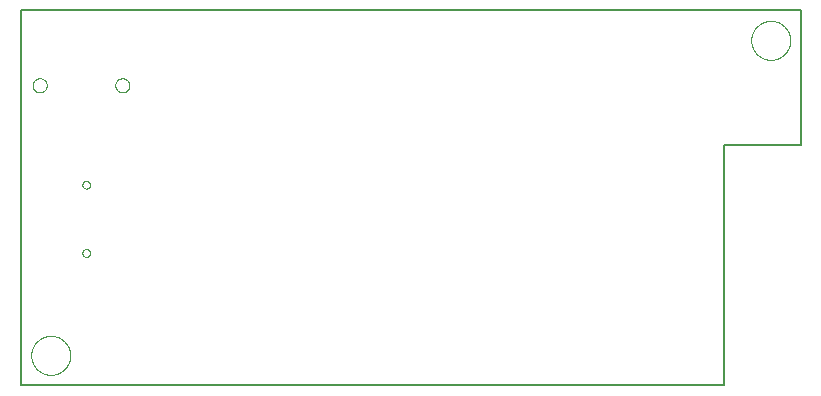
<source format=gko>
G75*
%MOIN*%
%OFA0B0*%
%FSLAX25Y25*%
%IPPOS*%
%LPD*%
%AMOC8*
5,1,8,0,0,1.08239X$1,22.5*
%
%ADD10C,0.00800*%
%ADD11C,0.00000*%
D10*
X0215000Y0040000D02*
X0449500Y0040000D01*
X0449500Y0120000D01*
X0475000Y0120000D01*
X0475000Y0165000D01*
X0215000Y0165000D01*
X0215000Y0040000D01*
D11*
X0218500Y0050000D02*
X0218502Y0050161D01*
X0218508Y0050321D01*
X0218518Y0050482D01*
X0218532Y0050642D01*
X0218550Y0050802D01*
X0218571Y0050961D01*
X0218597Y0051120D01*
X0218627Y0051278D01*
X0218660Y0051435D01*
X0218698Y0051592D01*
X0218739Y0051747D01*
X0218784Y0051901D01*
X0218833Y0052054D01*
X0218886Y0052206D01*
X0218942Y0052357D01*
X0219003Y0052506D01*
X0219066Y0052654D01*
X0219134Y0052800D01*
X0219205Y0052944D01*
X0219279Y0053086D01*
X0219357Y0053227D01*
X0219439Y0053365D01*
X0219524Y0053502D01*
X0219612Y0053636D01*
X0219704Y0053768D01*
X0219799Y0053898D01*
X0219897Y0054026D01*
X0219998Y0054151D01*
X0220102Y0054273D01*
X0220209Y0054393D01*
X0220319Y0054510D01*
X0220432Y0054625D01*
X0220548Y0054736D01*
X0220667Y0054845D01*
X0220788Y0054950D01*
X0220912Y0055053D01*
X0221038Y0055153D01*
X0221166Y0055249D01*
X0221297Y0055342D01*
X0221431Y0055432D01*
X0221566Y0055519D01*
X0221704Y0055602D01*
X0221843Y0055682D01*
X0221985Y0055758D01*
X0222128Y0055831D01*
X0222273Y0055900D01*
X0222420Y0055966D01*
X0222568Y0056028D01*
X0222718Y0056086D01*
X0222869Y0056141D01*
X0223022Y0056192D01*
X0223176Y0056239D01*
X0223331Y0056282D01*
X0223487Y0056321D01*
X0223643Y0056357D01*
X0223801Y0056388D01*
X0223959Y0056416D01*
X0224118Y0056440D01*
X0224278Y0056460D01*
X0224438Y0056476D01*
X0224598Y0056488D01*
X0224759Y0056496D01*
X0224920Y0056500D01*
X0225080Y0056500D01*
X0225241Y0056496D01*
X0225402Y0056488D01*
X0225562Y0056476D01*
X0225722Y0056460D01*
X0225882Y0056440D01*
X0226041Y0056416D01*
X0226199Y0056388D01*
X0226357Y0056357D01*
X0226513Y0056321D01*
X0226669Y0056282D01*
X0226824Y0056239D01*
X0226978Y0056192D01*
X0227131Y0056141D01*
X0227282Y0056086D01*
X0227432Y0056028D01*
X0227580Y0055966D01*
X0227727Y0055900D01*
X0227872Y0055831D01*
X0228015Y0055758D01*
X0228157Y0055682D01*
X0228296Y0055602D01*
X0228434Y0055519D01*
X0228569Y0055432D01*
X0228703Y0055342D01*
X0228834Y0055249D01*
X0228962Y0055153D01*
X0229088Y0055053D01*
X0229212Y0054950D01*
X0229333Y0054845D01*
X0229452Y0054736D01*
X0229568Y0054625D01*
X0229681Y0054510D01*
X0229791Y0054393D01*
X0229898Y0054273D01*
X0230002Y0054151D01*
X0230103Y0054026D01*
X0230201Y0053898D01*
X0230296Y0053768D01*
X0230388Y0053636D01*
X0230476Y0053502D01*
X0230561Y0053365D01*
X0230643Y0053227D01*
X0230721Y0053086D01*
X0230795Y0052944D01*
X0230866Y0052800D01*
X0230934Y0052654D01*
X0230997Y0052506D01*
X0231058Y0052357D01*
X0231114Y0052206D01*
X0231167Y0052054D01*
X0231216Y0051901D01*
X0231261Y0051747D01*
X0231302Y0051592D01*
X0231340Y0051435D01*
X0231373Y0051278D01*
X0231403Y0051120D01*
X0231429Y0050961D01*
X0231450Y0050802D01*
X0231468Y0050642D01*
X0231482Y0050482D01*
X0231492Y0050321D01*
X0231498Y0050161D01*
X0231500Y0050000D01*
X0231498Y0049839D01*
X0231492Y0049679D01*
X0231482Y0049518D01*
X0231468Y0049358D01*
X0231450Y0049198D01*
X0231429Y0049039D01*
X0231403Y0048880D01*
X0231373Y0048722D01*
X0231340Y0048565D01*
X0231302Y0048408D01*
X0231261Y0048253D01*
X0231216Y0048099D01*
X0231167Y0047946D01*
X0231114Y0047794D01*
X0231058Y0047643D01*
X0230997Y0047494D01*
X0230934Y0047346D01*
X0230866Y0047200D01*
X0230795Y0047056D01*
X0230721Y0046914D01*
X0230643Y0046773D01*
X0230561Y0046635D01*
X0230476Y0046498D01*
X0230388Y0046364D01*
X0230296Y0046232D01*
X0230201Y0046102D01*
X0230103Y0045974D01*
X0230002Y0045849D01*
X0229898Y0045727D01*
X0229791Y0045607D01*
X0229681Y0045490D01*
X0229568Y0045375D01*
X0229452Y0045264D01*
X0229333Y0045155D01*
X0229212Y0045050D01*
X0229088Y0044947D01*
X0228962Y0044847D01*
X0228834Y0044751D01*
X0228703Y0044658D01*
X0228569Y0044568D01*
X0228434Y0044481D01*
X0228296Y0044398D01*
X0228157Y0044318D01*
X0228015Y0044242D01*
X0227872Y0044169D01*
X0227727Y0044100D01*
X0227580Y0044034D01*
X0227432Y0043972D01*
X0227282Y0043914D01*
X0227131Y0043859D01*
X0226978Y0043808D01*
X0226824Y0043761D01*
X0226669Y0043718D01*
X0226513Y0043679D01*
X0226357Y0043643D01*
X0226199Y0043612D01*
X0226041Y0043584D01*
X0225882Y0043560D01*
X0225722Y0043540D01*
X0225562Y0043524D01*
X0225402Y0043512D01*
X0225241Y0043504D01*
X0225080Y0043500D01*
X0224920Y0043500D01*
X0224759Y0043504D01*
X0224598Y0043512D01*
X0224438Y0043524D01*
X0224278Y0043540D01*
X0224118Y0043560D01*
X0223959Y0043584D01*
X0223801Y0043612D01*
X0223643Y0043643D01*
X0223487Y0043679D01*
X0223331Y0043718D01*
X0223176Y0043761D01*
X0223022Y0043808D01*
X0222869Y0043859D01*
X0222718Y0043914D01*
X0222568Y0043972D01*
X0222420Y0044034D01*
X0222273Y0044100D01*
X0222128Y0044169D01*
X0221985Y0044242D01*
X0221843Y0044318D01*
X0221704Y0044398D01*
X0221566Y0044481D01*
X0221431Y0044568D01*
X0221297Y0044658D01*
X0221166Y0044751D01*
X0221038Y0044847D01*
X0220912Y0044947D01*
X0220788Y0045050D01*
X0220667Y0045155D01*
X0220548Y0045264D01*
X0220432Y0045375D01*
X0220319Y0045490D01*
X0220209Y0045607D01*
X0220102Y0045727D01*
X0219998Y0045849D01*
X0219897Y0045974D01*
X0219799Y0046102D01*
X0219704Y0046232D01*
X0219612Y0046364D01*
X0219524Y0046498D01*
X0219439Y0046635D01*
X0219357Y0046773D01*
X0219279Y0046914D01*
X0219205Y0047056D01*
X0219134Y0047200D01*
X0219066Y0047346D01*
X0219003Y0047494D01*
X0218942Y0047643D01*
X0218886Y0047794D01*
X0218833Y0047946D01*
X0218784Y0048099D01*
X0218739Y0048253D01*
X0218698Y0048408D01*
X0218660Y0048565D01*
X0218627Y0048722D01*
X0218597Y0048880D01*
X0218571Y0049039D01*
X0218550Y0049198D01*
X0218532Y0049358D01*
X0218518Y0049518D01*
X0218508Y0049679D01*
X0218502Y0049839D01*
X0218500Y0050000D01*
X0235531Y0084122D02*
X0235533Y0084193D01*
X0235539Y0084264D01*
X0235549Y0084335D01*
X0235563Y0084404D01*
X0235580Y0084473D01*
X0235602Y0084541D01*
X0235627Y0084608D01*
X0235656Y0084673D01*
X0235688Y0084736D01*
X0235724Y0084798D01*
X0235763Y0084857D01*
X0235806Y0084914D01*
X0235851Y0084969D01*
X0235900Y0085021D01*
X0235951Y0085070D01*
X0236005Y0085116D01*
X0236062Y0085160D01*
X0236120Y0085200D01*
X0236181Y0085236D01*
X0236244Y0085270D01*
X0236309Y0085299D01*
X0236375Y0085325D01*
X0236443Y0085348D01*
X0236511Y0085366D01*
X0236581Y0085381D01*
X0236651Y0085392D01*
X0236722Y0085399D01*
X0236793Y0085402D01*
X0236864Y0085401D01*
X0236935Y0085396D01*
X0237006Y0085387D01*
X0237076Y0085374D01*
X0237145Y0085358D01*
X0237213Y0085337D01*
X0237280Y0085313D01*
X0237346Y0085285D01*
X0237409Y0085253D01*
X0237471Y0085218D01*
X0237531Y0085180D01*
X0237589Y0085138D01*
X0237644Y0085094D01*
X0237697Y0085046D01*
X0237747Y0084995D01*
X0237794Y0084942D01*
X0237838Y0084886D01*
X0237879Y0084828D01*
X0237917Y0084767D01*
X0237951Y0084705D01*
X0237981Y0084640D01*
X0238008Y0084575D01*
X0238032Y0084507D01*
X0238051Y0084439D01*
X0238067Y0084370D01*
X0238079Y0084299D01*
X0238087Y0084229D01*
X0238091Y0084158D01*
X0238091Y0084086D01*
X0238087Y0084015D01*
X0238079Y0083945D01*
X0238067Y0083874D01*
X0238051Y0083805D01*
X0238032Y0083737D01*
X0238008Y0083669D01*
X0237981Y0083604D01*
X0237951Y0083539D01*
X0237917Y0083477D01*
X0237879Y0083416D01*
X0237838Y0083358D01*
X0237794Y0083302D01*
X0237747Y0083249D01*
X0237697Y0083198D01*
X0237644Y0083150D01*
X0237589Y0083106D01*
X0237531Y0083064D01*
X0237471Y0083026D01*
X0237409Y0082991D01*
X0237346Y0082959D01*
X0237280Y0082931D01*
X0237213Y0082907D01*
X0237145Y0082886D01*
X0237076Y0082870D01*
X0237006Y0082857D01*
X0236935Y0082848D01*
X0236864Y0082843D01*
X0236793Y0082842D01*
X0236722Y0082845D01*
X0236651Y0082852D01*
X0236581Y0082863D01*
X0236511Y0082878D01*
X0236443Y0082896D01*
X0236375Y0082919D01*
X0236309Y0082945D01*
X0236244Y0082974D01*
X0236181Y0083008D01*
X0236120Y0083044D01*
X0236062Y0083084D01*
X0236005Y0083128D01*
X0235951Y0083174D01*
X0235900Y0083223D01*
X0235851Y0083275D01*
X0235806Y0083330D01*
X0235763Y0083387D01*
X0235724Y0083446D01*
X0235688Y0083508D01*
X0235656Y0083571D01*
X0235627Y0083636D01*
X0235602Y0083703D01*
X0235580Y0083771D01*
X0235563Y0083840D01*
X0235549Y0083909D01*
X0235539Y0083980D01*
X0235533Y0084051D01*
X0235531Y0084122D01*
X0235531Y0106878D02*
X0235533Y0106949D01*
X0235539Y0107020D01*
X0235549Y0107091D01*
X0235563Y0107160D01*
X0235580Y0107229D01*
X0235602Y0107297D01*
X0235627Y0107364D01*
X0235656Y0107429D01*
X0235688Y0107492D01*
X0235724Y0107554D01*
X0235763Y0107613D01*
X0235806Y0107670D01*
X0235851Y0107725D01*
X0235900Y0107777D01*
X0235951Y0107826D01*
X0236005Y0107872D01*
X0236062Y0107916D01*
X0236120Y0107956D01*
X0236181Y0107992D01*
X0236244Y0108026D01*
X0236309Y0108055D01*
X0236375Y0108081D01*
X0236443Y0108104D01*
X0236511Y0108122D01*
X0236581Y0108137D01*
X0236651Y0108148D01*
X0236722Y0108155D01*
X0236793Y0108158D01*
X0236864Y0108157D01*
X0236935Y0108152D01*
X0237006Y0108143D01*
X0237076Y0108130D01*
X0237145Y0108114D01*
X0237213Y0108093D01*
X0237280Y0108069D01*
X0237346Y0108041D01*
X0237409Y0108009D01*
X0237471Y0107974D01*
X0237531Y0107936D01*
X0237589Y0107894D01*
X0237644Y0107850D01*
X0237697Y0107802D01*
X0237747Y0107751D01*
X0237794Y0107698D01*
X0237838Y0107642D01*
X0237879Y0107584D01*
X0237917Y0107523D01*
X0237951Y0107461D01*
X0237981Y0107396D01*
X0238008Y0107331D01*
X0238032Y0107263D01*
X0238051Y0107195D01*
X0238067Y0107126D01*
X0238079Y0107055D01*
X0238087Y0106985D01*
X0238091Y0106914D01*
X0238091Y0106842D01*
X0238087Y0106771D01*
X0238079Y0106701D01*
X0238067Y0106630D01*
X0238051Y0106561D01*
X0238032Y0106493D01*
X0238008Y0106425D01*
X0237981Y0106360D01*
X0237951Y0106295D01*
X0237917Y0106233D01*
X0237879Y0106172D01*
X0237838Y0106114D01*
X0237794Y0106058D01*
X0237747Y0106005D01*
X0237697Y0105954D01*
X0237644Y0105906D01*
X0237589Y0105862D01*
X0237531Y0105820D01*
X0237471Y0105782D01*
X0237409Y0105747D01*
X0237346Y0105715D01*
X0237280Y0105687D01*
X0237213Y0105663D01*
X0237145Y0105642D01*
X0237076Y0105626D01*
X0237006Y0105613D01*
X0236935Y0105604D01*
X0236864Y0105599D01*
X0236793Y0105598D01*
X0236722Y0105601D01*
X0236651Y0105608D01*
X0236581Y0105619D01*
X0236511Y0105634D01*
X0236443Y0105652D01*
X0236375Y0105675D01*
X0236309Y0105701D01*
X0236244Y0105730D01*
X0236181Y0105764D01*
X0236120Y0105800D01*
X0236062Y0105840D01*
X0236005Y0105884D01*
X0235951Y0105930D01*
X0235900Y0105979D01*
X0235851Y0106031D01*
X0235806Y0106086D01*
X0235763Y0106143D01*
X0235724Y0106202D01*
X0235688Y0106264D01*
X0235656Y0106327D01*
X0235627Y0106392D01*
X0235602Y0106459D01*
X0235580Y0106527D01*
X0235563Y0106596D01*
X0235549Y0106665D01*
X0235539Y0106736D01*
X0235533Y0106807D01*
X0235531Y0106878D01*
X0246496Y0140000D02*
X0246498Y0140097D01*
X0246504Y0140194D01*
X0246514Y0140290D01*
X0246528Y0140386D01*
X0246546Y0140482D01*
X0246567Y0140576D01*
X0246593Y0140670D01*
X0246622Y0140762D01*
X0246656Y0140853D01*
X0246692Y0140943D01*
X0246733Y0141031D01*
X0246777Y0141117D01*
X0246825Y0141202D01*
X0246876Y0141284D01*
X0246930Y0141365D01*
X0246988Y0141443D01*
X0247049Y0141518D01*
X0247112Y0141591D01*
X0247179Y0141662D01*
X0247249Y0141729D01*
X0247321Y0141794D01*
X0247396Y0141855D01*
X0247474Y0141914D01*
X0247553Y0141969D01*
X0247635Y0142021D01*
X0247719Y0142069D01*
X0247805Y0142114D01*
X0247893Y0142156D01*
X0247982Y0142194D01*
X0248073Y0142228D01*
X0248165Y0142258D01*
X0248258Y0142285D01*
X0248353Y0142307D01*
X0248448Y0142326D01*
X0248544Y0142341D01*
X0248640Y0142352D01*
X0248737Y0142359D01*
X0248834Y0142362D01*
X0248931Y0142361D01*
X0249028Y0142356D01*
X0249124Y0142347D01*
X0249220Y0142334D01*
X0249316Y0142317D01*
X0249411Y0142296D01*
X0249504Y0142272D01*
X0249597Y0142243D01*
X0249689Y0142211D01*
X0249779Y0142175D01*
X0249867Y0142136D01*
X0249954Y0142092D01*
X0250039Y0142046D01*
X0250122Y0141995D01*
X0250203Y0141942D01*
X0250281Y0141885D01*
X0250358Y0141825D01*
X0250431Y0141762D01*
X0250502Y0141696D01*
X0250570Y0141627D01*
X0250636Y0141555D01*
X0250698Y0141481D01*
X0250757Y0141404D01*
X0250813Y0141325D01*
X0250866Y0141243D01*
X0250916Y0141160D01*
X0250961Y0141074D01*
X0251004Y0140987D01*
X0251043Y0140898D01*
X0251078Y0140808D01*
X0251109Y0140716D01*
X0251136Y0140623D01*
X0251160Y0140529D01*
X0251180Y0140434D01*
X0251196Y0140338D01*
X0251208Y0140242D01*
X0251216Y0140145D01*
X0251220Y0140048D01*
X0251220Y0139952D01*
X0251216Y0139855D01*
X0251208Y0139758D01*
X0251196Y0139662D01*
X0251180Y0139566D01*
X0251160Y0139471D01*
X0251136Y0139377D01*
X0251109Y0139284D01*
X0251078Y0139192D01*
X0251043Y0139102D01*
X0251004Y0139013D01*
X0250961Y0138926D01*
X0250916Y0138840D01*
X0250866Y0138757D01*
X0250813Y0138675D01*
X0250757Y0138596D01*
X0250698Y0138519D01*
X0250636Y0138445D01*
X0250570Y0138373D01*
X0250502Y0138304D01*
X0250431Y0138238D01*
X0250358Y0138175D01*
X0250281Y0138115D01*
X0250203Y0138058D01*
X0250122Y0138005D01*
X0250039Y0137954D01*
X0249954Y0137908D01*
X0249867Y0137864D01*
X0249779Y0137825D01*
X0249689Y0137789D01*
X0249597Y0137757D01*
X0249504Y0137728D01*
X0249411Y0137704D01*
X0249316Y0137683D01*
X0249220Y0137666D01*
X0249124Y0137653D01*
X0249028Y0137644D01*
X0248931Y0137639D01*
X0248834Y0137638D01*
X0248737Y0137641D01*
X0248640Y0137648D01*
X0248544Y0137659D01*
X0248448Y0137674D01*
X0248353Y0137693D01*
X0248258Y0137715D01*
X0248165Y0137742D01*
X0248073Y0137772D01*
X0247982Y0137806D01*
X0247893Y0137844D01*
X0247805Y0137886D01*
X0247719Y0137931D01*
X0247635Y0137979D01*
X0247553Y0138031D01*
X0247474Y0138086D01*
X0247396Y0138145D01*
X0247321Y0138206D01*
X0247249Y0138271D01*
X0247179Y0138338D01*
X0247112Y0138409D01*
X0247049Y0138482D01*
X0246988Y0138557D01*
X0246930Y0138635D01*
X0246876Y0138716D01*
X0246825Y0138798D01*
X0246777Y0138883D01*
X0246733Y0138969D01*
X0246692Y0139057D01*
X0246656Y0139147D01*
X0246622Y0139238D01*
X0246593Y0139330D01*
X0246567Y0139424D01*
X0246546Y0139518D01*
X0246528Y0139614D01*
X0246514Y0139710D01*
X0246504Y0139806D01*
X0246498Y0139903D01*
X0246496Y0140000D01*
X0218937Y0140000D02*
X0218939Y0140097D01*
X0218945Y0140194D01*
X0218955Y0140290D01*
X0218969Y0140386D01*
X0218987Y0140482D01*
X0219008Y0140576D01*
X0219034Y0140670D01*
X0219063Y0140762D01*
X0219097Y0140853D01*
X0219133Y0140943D01*
X0219174Y0141031D01*
X0219218Y0141117D01*
X0219266Y0141202D01*
X0219317Y0141284D01*
X0219371Y0141365D01*
X0219429Y0141443D01*
X0219490Y0141518D01*
X0219553Y0141591D01*
X0219620Y0141662D01*
X0219690Y0141729D01*
X0219762Y0141794D01*
X0219837Y0141855D01*
X0219915Y0141914D01*
X0219994Y0141969D01*
X0220076Y0142021D01*
X0220160Y0142069D01*
X0220246Y0142114D01*
X0220334Y0142156D01*
X0220423Y0142194D01*
X0220514Y0142228D01*
X0220606Y0142258D01*
X0220699Y0142285D01*
X0220794Y0142307D01*
X0220889Y0142326D01*
X0220985Y0142341D01*
X0221081Y0142352D01*
X0221178Y0142359D01*
X0221275Y0142362D01*
X0221372Y0142361D01*
X0221469Y0142356D01*
X0221565Y0142347D01*
X0221661Y0142334D01*
X0221757Y0142317D01*
X0221852Y0142296D01*
X0221945Y0142272D01*
X0222038Y0142243D01*
X0222130Y0142211D01*
X0222220Y0142175D01*
X0222308Y0142136D01*
X0222395Y0142092D01*
X0222480Y0142046D01*
X0222563Y0141995D01*
X0222644Y0141942D01*
X0222722Y0141885D01*
X0222799Y0141825D01*
X0222872Y0141762D01*
X0222943Y0141696D01*
X0223011Y0141627D01*
X0223077Y0141555D01*
X0223139Y0141481D01*
X0223198Y0141404D01*
X0223254Y0141325D01*
X0223307Y0141243D01*
X0223357Y0141160D01*
X0223402Y0141074D01*
X0223445Y0140987D01*
X0223484Y0140898D01*
X0223519Y0140808D01*
X0223550Y0140716D01*
X0223577Y0140623D01*
X0223601Y0140529D01*
X0223621Y0140434D01*
X0223637Y0140338D01*
X0223649Y0140242D01*
X0223657Y0140145D01*
X0223661Y0140048D01*
X0223661Y0139952D01*
X0223657Y0139855D01*
X0223649Y0139758D01*
X0223637Y0139662D01*
X0223621Y0139566D01*
X0223601Y0139471D01*
X0223577Y0139377D01*
X0223550Y0139284D01*
X0223519Y0139192D01*
X0223484Y0139102D01*
X0223445Y0139013D01*
X0223402Y0138926D01*
X0223357Y0138840D01*
X0223307Y0138757D01*
X0223254Y0138675D01*
X0223198Y0138596D01*
X0223139Y0138519D01*
X0223077Y0138445D01*
X0223011Y0138373D01*
X0222943Y0138304D01*
X0222872Y0138238D01*
X0222799Y0138175D01*
X0222722Y0138115D01*
X0222644Y0138058D01*
X0222563Y0138005D01*
X0222480Y0137954D01*
X0222395Y0137908D01*
X0222308Y0137864D01*
X0222220Y0137825D01*
X0222130Y0137789D01*
X0222038Y0137757D01*
X0221945Y0137728D01*
X0221852Y0137704D01*
X0221757Y0137683D01*
X0221661Y0137666D01*
X0221565Y0137653D01*
X0221469Y0137644D01*
X0221372Y0137639D01*
X0221275Y0137638D01*
X0221178Y0137641D01*
X0221081Y0137648D01*
X0220985Y0137659D01*
X0220889Y0137674D01*
X0220794Y0137693D01*
X0220699Y0137715D01*
X0220606Y0137742D01*
X0220514Y0137772D01*
X0220423Y0137806D01*
X0220334Y0137844D01*
X0220246Y0137886D01*
X0220160Y0137931D01*
X0220076Y0137979D01*
X0219994Y0138031D01*
X0219915Y0138086D01*
X0219837Y0138145D01*
X0219762Y0138206D01*
X0219690Y0138271D01*
X0219620Y0138338D01*
X0219553Y0138409D01*
X0219490Y0138482D01*
X0219429Y0138557D01*
X0219371Y0138635D01*
X0219317Y0138716D01*
X0219266Y0138798D01*
X0219218Y0138883D01*
X0219174Y0138969D01*
X0219133Y0139057D01*
X0219097Y0139147D01*
X0219063Y0139238D01*
X0219034Y0139330D01*
X0219008Y0139424D01*
X0218987Y0139518D01*
X0218969Y0139614D01*
X0218955Y0139710D01*
X0218945Y0139806D01*
X0218939Y0139903D01*
X0218937Y0140000D01*
X0458500Y0155000D02*
X0458502Y0155161D01*
X0458508Y0155321D01*
X0458518Y0155482D01*
X0458532Y0155642D01*
X0458550Y0155802D01*
X0458571Y0155961D01*
X0458597Y0156120D01*
X0458627Y0156278D01*
X0458660Y0156435D01*
X0458698Y0156592D01*
X0458739Y0156747D01*
X0458784Y0156901D01*
X0458833Y0157054D01*
X0458886Y0157206D01*
X0458942Y0157357D01*
X0459003Y0157506D01*
X0459066Y0157654D01*
X0459134Y0157800D01*
X0459205Y0157944D01*
X0459279Y0158086D01*
X0459357Y0158227D01*
X0459439Y0158365D01*
X0459524Y0158502D01*
X0459612Y0158636D01*
X0459704Y0158768D01*
X0459799Y0158898D01*
X0459897Y0159026D01*
X0459998Y0159151D01*
X0460102Y0159273D01*
X0460209Y0159393D01*
X0460319Y0159510D01*
X0460432Y0159625D01*
X0460548Y0159736D01*
X0460667Y0159845D01*
X0460788Y0159950D01*
X0460912Y0160053D01*
X0461038Y0160153D01*
X0461166Y0160249D01*
X0461297Y0160342D01*
X0461431Y0160432D01*
X0461566Y0160519D01*
X0461704Y0160602D01*
X0461843Y0160682D01*
X0461985Y0160758D01*
X0462128Y0160831D01*
X0462273Y0160900D01*
X0462420Y0160966D01*
X0462568Y0161028D01*
X0462718Y0161086D01*
X0462869Y0161141D01*
X0463022Y0161192D01*
X0463176Y0161239D01*
X0463331Y0161282D01*
X0463487Y0161321D01*
X0463643Y0161357D01*
X0463801Y0161388D01*
X0463959Y0161416D01*
X0464118Y0161440D01*
X0464278Y0161460D01*
X0464438Y0161476D01*
X0464598Y0161488D01*
X0464759Y0161496D01*
X0464920Y0161500D01*
X0465080Y0161500D01*
X0465241Y0161496D01*
X0465402Y0161488D01*
X0465562Y0161476D01*
X0465722Y0161460D01*
X0465882Y0161440D01*
X0466041Y0161416D01*
X0466199Y0161388D01*
X0466357Y0161357D01*
X0466513Y0161321D01*
X0466669Y0161282D01*
X0466824Y0161239D01*
X0466978Y0161192D01*
X0467131Y0161141D01*
X0467282Y0161086D01*
X0467432Y0161028D01*
X0467580Y0160966D01*
X0467727Y0160900D01*
X0467872Y0160831D01*
X0468015Y0160758D01*
X0468157Y0160682D01*
X0468296Y0160602D01*
X0468434Y0160519D01*
X0468569Y0160432D01*
X0468703Y0160342D01*
X0468834Y0160249D01*
X0468962Y0160153D01*
X0469088Y0160053D01*
X0469212Y0159950D01*
X0469333Y0159845D01*
X0469452Y0159736D01*
X0469568Y0159625D01*
X0469681Y0159510D01*
X0469791Y0159393D01*
X0469898Y0159273D01*
X0470002Y0159151D01*
X0470103Y0159026D01*
X0470201Y0158898D01*
X0470296Y0158768D01*
X0470388Y0158636D01*
X0470476Y0158502D01*
X0470561Y0158365D01*
X0470643Y0158227D01*
X0470721Y0158086D01*
X0470795Y0157944D01*
X0470866Y0157800D01*
X0470934Y0157654D01*
X0470997Y0157506D01*
X0471058Y0157357D01*
X0471114Y0157206D01*
X0471167Y0157054D01*
X0471216Y0156901D01*
X0471261Y0156747D01*
X0471302Y0156592D01*
X0471340Y0156435D01*
X0471373Y0156278D01*
X0471403Y0156120D01*
X0471429Y0155961D01*
X0471450Y0155802D01*
X0471468Y0155642D01*
X0471482Y0155482D01*
X0471492Y0155321D01*
X0471498Y0155161D01*
X0471500Y0155000D01*
X0471498Y0154839D01*
X0471492Y0154679D01*
X0471482Y0154518D01*
X0471468Y0154358D01*
X0471450Y0154198D01*
X0471429Y0154039D01*
X0471403Y0153880D01*
X0471373Y0153722D01*
X0471340Y0153565D01*
X0471302Y0153408D01*
X0471261Y0153253D01*
X0471216Y0153099D01*
X0471167Y0152946D01*
X0471114Y0152794D01*
X0471058Y0152643D01*
X0470997Y0152494D01*
X0470934Y0152346D01*
X0470866Y0152200D01*
X0470795Y0152056D01*
X0470721Y0151914D01*
X0470643Y0151773D01*
X0470561Y0151635D01*
X0470476Y0151498D01*
X0470388Y0151364D01*
X0470296Y0151232D01*
X0470201Y0151102D01*
X0470103Y0150974D01*
X0470002Y0150849D01*
X0469898Y0150727D01*
X0469791Y0150607D01*
X0469681Y0150490D01*
X0469568Y0150375D01*
X0469452Y0150264D01*
X0469333Y0150155D01*
X0469212Y0150050D01*
X0469088Y0149947D01*
X0468962Y0149847D01*
X0468834Y0149751D01*
X0468703Y0149658D01*
X0468569Y0149568D01*
X0468434Y0149481D01*
X0468296Y0149398D01*
X0468157Y0149318D01*
X0468015Y0149242D01*
X0467872Y0149169D01*
X0467727Y0149100D01*
X0467580Y0149034D01*
X0467432Y0148972D01*
X0467282Y0148914D01*
X0467131Y0148859D01*
X0466978Y0148808D01*
X0466824Y0148761D01*
X0466669Y0148718D01*
X0466513Y0148679D01*
X0466357Y0148643D01*
X0466199Y0148612D01*
X0466041Y0148584D01*
X0465882Y0148560D01*
X0465722Y0148540D01*
X0465562Y0148524D01*
X0465402Y0148512D01*
X0465241Y0148504D01*
X0465080Y0148500D01*
X0464920Y0148500D01*
X0464759Y0148504D01*
X0464598Y0148512D01*
X0464438Y0148524D01*
X0464278Y0148540D01*
X0464118Y0148560D01*
X0463959Y0148584D01*
X0463801Y0148612D01*
X0463643Y0148643D01*
X0463487Y0148679D01*
X0463331Y0148718D01*
X0463176Y0148761D01*
X0463022Y0148808D01*
X0462869Y0148859D01*
X0462718Y0148914D01*
X0462568Y0148972D01*
X0462420Y0149034D01*
X0462273Y0149100D01*
X0462128Y0149169D01*
X0461985Y0149242D01*
X0461843Y0149318D01*
X0461704Y0149398D01*
X0461566Y0149481D01*
X0461431Y0149568D01*
X0461297Y0149658D01*
X0461166Y0149751D01*
X0461038Y0149847D01*
X0460912Y0149947D01*
X0460788Y0150050D01*
X0460667Y0150155D01*
X0460548Y0150264D01*
X0460432Y0150375D01*
X0460319Y0150490D01*
X0460209Y0150607D01*
X0460102Y0150727D01*
X0459998Y0150849D01*
X0459897Y0150974D01*
X0459799Y0151102D01*
X0459704Y0151232D01*
X0459612Y0151364D01*
X0459524Y0151498D01*
X0459439Y0151635D01*
X0459357Y0151773D01*
X0459279Y0151914D01*
X0459205Y0152056D01*
X0459134Y0152200D01*
X0459066Y0152346D01*
X0459003Y0152494D01*
X0458942Y0152643D01*
X0458886Y0152794D01*
X0458833Y0152946D01*
X0458784Y0153099D01*
X0458739Y0153253D01*
X0458698Y0153408D01*
X0458660Y0153565D01*
X0458627Y0153722D01*
X0458597Y0153880D01*
X0458571Y0154039D01*
X0458550Y0154198D01*
X0458532Y0154358D01*
X0458518Y0154518D01*
X0458508Y0154679D01*
X0458502Y0154839D01*
X0458500Y0155000D01*
M02*

</source>
